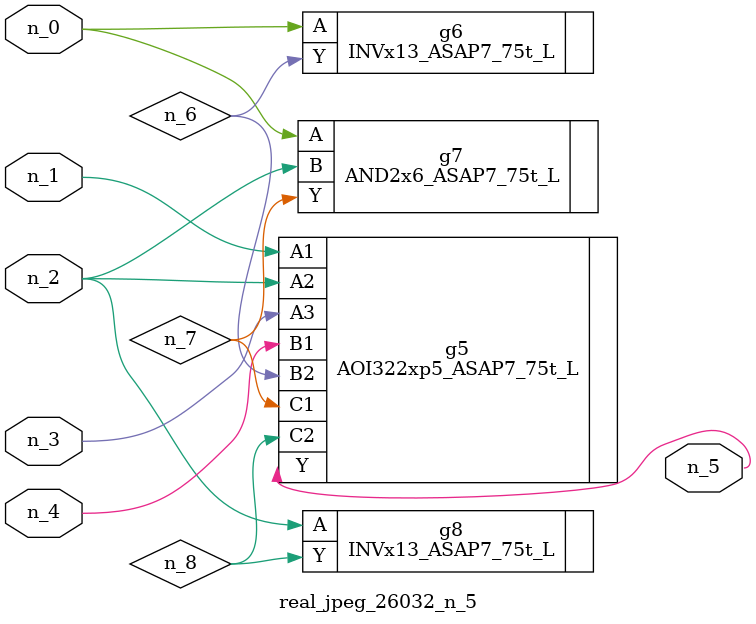
<source format=v>
module real_jpeg_26032_n_5 (n_4, n_0, n_1, n_2, n_3, n_5);

input n_4;
input n_0;
input n_1;
input n_2;
input n_3;

output n_5;

wire n_8;
wire n_6;
wire n_7;

INVx13_ASAP7_75t_L g6 ( 
.A(n_0),
.Y(n_6)
);

AND2x6_ASAP7_75t_L g7 ( 
.A(n_0),
.B(n_2),
.Y(n_7)
);

AOI322xp5_ASAP7_75t_L g5 ( 
.A1(n_1),
.A2(n_2),
.A3(n_3),
.B1(n_4),
.B2(n_6),
.C1(n_7),
.C2(n_8),
.Y(n_5)
);

INVx13_ASAP7_75t_L g8 ( 
.A(n_2),
.Y(n_8)
);


endmodule
</source>
